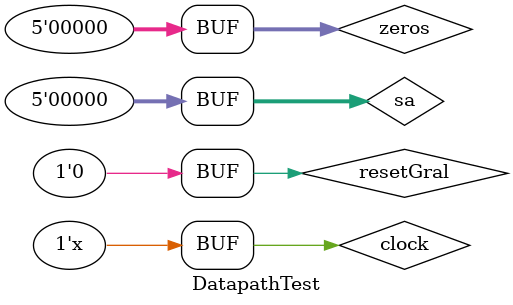
<source format=v>
`timescale 1ns / 1ps


module DatapathTest;

	// Inputs
	reg clock;
	reg [31:0] instruction;
	reg resetGral;

	// Outputs
	wire [7:0] fetchOut;
	wire ALUzero;
	wire ALUOverflow;
	wire [4:0] rsEXOut;
	
	// Aux Regs
	reg [5:0]special=0;
	reg [4:0]rt=0;
	reg [4:0]rs=0;
	reg [15:0]immediate=0;
	reg [15:0]offset=0;
	reg [5:0]operation=0;
	reg [4:0]rd=0;
	reg [4:0]sa=0;
	reg [4:0]zeros=0;
	reg [4:0]base=0;
	// Instantiate the Unit Under Test (UUT)
	Datapath1 uut (
		.clock(clock), 
		.instruction(instruction), 
		.resetGral(resetGral), 
		.fetchOut(fetchOut), 
		.ALUzero(ALUzero), 
		.ALUOverflow(ALUOverflow), 
		.rsEXOut(rsEXOut)
	);

	initial begin
		// Initialize Inputs
		clock = 0;
		instruction = 0;
		resetGral = 1;

		// Wait 100 ns for global reset to finish
		#100;
      resetGral = 0;
		// Add stimulus here

	end
	
	always begin
		clock=~clock;
		case(fetchOut)
			0:begin
					special=6'b001000;
					rt=0;
					rs=2;
					immediate=650;
					instruction={special,rs,rt,immediate};//sumo un valor inmediato de 650 al r2(esta en 0) y lo guardo en r0
			  end
			1:begin
					special=6'b001000;
					rt=1;
					rs=2;
					immediate=3;
					instruction={special,rs,rt,immediate};//sumo un valor inmediato de 3 al r2(esta en 0) y lo guardo en r1
			  end
			2:begin
					operation='b000100;
					rd=2;
					rt=0;
					rs=1;
					special=0;
					instruction={special,rs,rt,rd,zeros,operation}; // SLLV: r2 = r0 << r1 (desplazo 650 tres lugares a la izq)
			  end
			default: begin
					special=6'b001000;
					rt=1;
					rs=1;
					immediate=1;
					instruction={special,rs,rt,immediate};//sumo un valor inmediato de 1 al r1 y lo guardo en r1
			end
			7:begin
					special=6'b101000; //Store byte en direccion 5 del reg 0
					base=5;
					rt=0;
					offset=0;
					instruction={special,base,rt,offset};
			end
			15:begin
					special=6'b100000; //Load byte de direccion 5 al reg 6
					base=5;
					rt=6;
					offset=0;
					instruction={special,base,rt,offset};
			end
		endcase
		#1;
	end
      
endmodule


</source>
